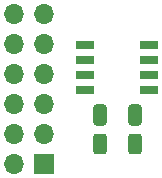
<source format=gbr>
%TF.GenerationSoftware,KiCad,Pcbnew,7.0.10*%
%TF.CreationDate,2024-02-19T11:00:08+07:00*%
%TF.ProjectId,PMODP2PSRAM,504d4f44-5032-4505-9352-414d2e6b6963,rev?*%
%TF.SameCoordinates,PX8c6db50PY50d2eb0*%
%TF.FileFunction,Soldermask,Top*%
%TF.FilePolarity,Negative*%
%FSLAX46Y46*%
G04 Gerber Fmt 4.6, Leading zero omitted, Abs format (unit mm)*
G04 Created by KiCad (PCBNEW 7.0.10) date 2024-02-19 11:00:08*
%MOMM*%
%LPD*%
G01*
G04 APERTURE LIST*
G04 Aperture macros list*
%AMRoundRect*
0 Rectangle with rounded corners*
0 $1 Rounding radius*
0 $2 $3 $4 $5 $6 $7 $8 $9 X,Y pos of 4 corners*
0 Add a 4 corners polygon primitive as box body*
4,1,4,$2,$3,$4,$5,$6,$7,$8,$9,$2,$3,0*
0 Add four circle primitives for the rounded corners*
1,1,$1+$1,$2,$3*
1,1,$1+$1,$4,$5*
1,1,$1+$1,$6,$7*
1,1,$1+$1,$8,$9*
0 Add four rect primitives between the rounded corners*
20,1,$1+$1,$2,$3,$4,$5,0*
20,1,$1+$1,$4,$5,$6,$7,0*
20,1,$1+$1,$6,$7,$8,$9,0*
20,1,$1+$1,$8,$9,$2,$3,0*%
G04 Aperture macros list end*
%ADD10R,1.500000X0.650000*%
%ADD11RoundRect,0.250000X-0.325000X-0.650000X0.325000X-0.650000X0.325000X0.650000X-0.325000X0.650000X0*%
%ADD12RoundRect,0.250000X-0.312500X-0.625000X0.312500X-0.625000X0.312500X0.625000X-0.312500X0.625000X0*%
%ADD13O,1.700000X1.700000*%
%ADD14R,1.700000X1.700000*%
G04 APERTURE END LIST*
D10*
%TO.C,IC1*%
X10050000Y8095000D03*
X10050000Y9365000D03*
X10050000Y10635000D03*
X10050000Y11905000D03*
X15450000Y11905000D03*
X15450000Y10635000D03*
X15450000Y9365000D03*
X15450000Y8095000D03*
%TD*%
D11*
%TO.C,C1*%
X11275000Y6000000D03*
X14225000Y6000000D03*
%TD*%
D12*
%TO.C,R1*%
X11287500Y3500000D03*
X14212500Y3500000D03*
%TD*%
D13*
%TO.C,J1*%
X4000000Y14540000D03*
X6540000Y14540000D03*
X4000000Y12000000D03*
X6540000Y12000000D03*
X4000000Y9460000D03*
X6540000Y9460000D03*
X4000000Y6920000D03*
X6540000Y6920000D03*
X4000000Y4380000D03*
X6540000Y4380000D03*
X4000000Y1840000D03*
D14*
X6540000Y1840000D03*
%TD*%
M02*

</source>
